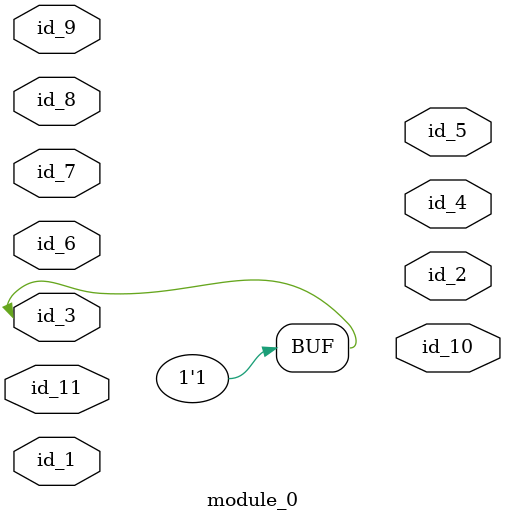
<source format=v>
module module_0 (
    id_1,
    id_2,
    id_3,
    id_4,
    id_5,
    id_6,
    id_7,
    id_8,
    id_9,
    id_10,
    id_11
);
  input id_11;
  output id_10;
  inout id_9;
  inout id_8;
  inout id_7;
  inout id_6;
  output id_5;
  output id_4;
  inout id_3;
  output id_2;
  inout id_1;
  assign id_3 = 1;
endmodule

</source>
